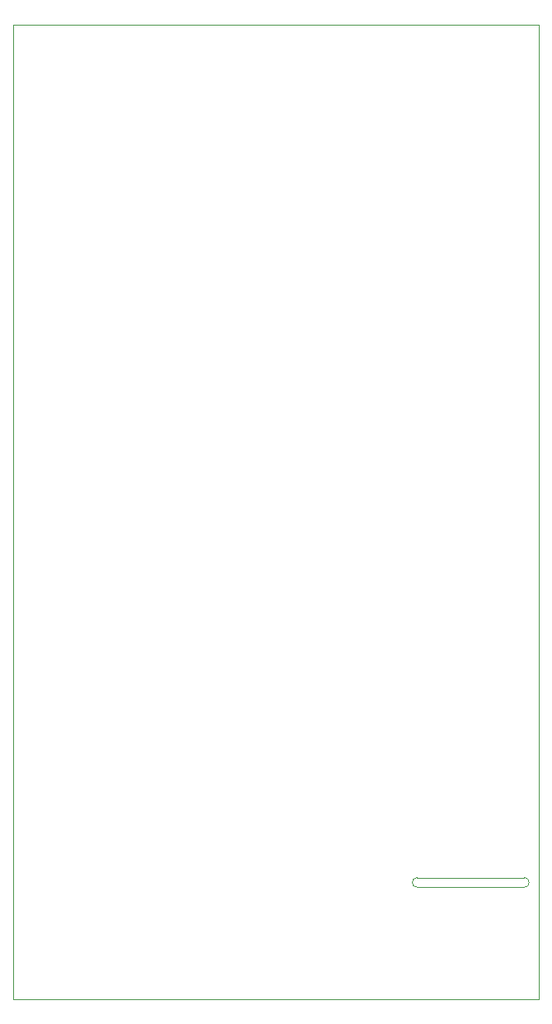
<source format=gbr>
G04 #@! TF.GenerationSoftware,KiCad,Pcbnew,9.0.0*
G04 #@! TF.CreationDate,2025-02-23T16:09:47-07:00*
G04 #@! TF.ProjectId,VCF_THT,5643465f-5448-4542-9e6b-696361645f70,rev?*
G04 #@! TF.SameCoordinates,Original*
G04 #@! TF.FileFunction,Profile,NP*
%FSLAX46Y46*%
G04 Gerber Fmt 4.6, Leading zero omitted, Abs format (unit mm)*
G04 Created by KiCad (PCBNEW 9.0.0) date 2025-02-23 16:09:47*
%MOMM*%
%LPD*%
G01*
G04 APERTURE LIST*
G04 #@! TA.AperFunction,Profile*
%ADD10C,0.050000*%
G04 #@! TD*
G04 APERTURE END LIST*
D10*
X41500000Y-88500000D02*
X52500000Y-88500000D01*
X52500000Y-87500000D02*
X41500000Y-87500000D01*
X0Y-100000000D02*
X54000000Y-100000000D01*
X52504363Y-87500019D02*
G75*
G02*
X52500000Y-88500000I-4363J-499981D01*
G01*
X41500000Y-88500000D02*
G75*
G02*
X41500000Y-87500000I0J500000D01*
G01*
X54000000Y0D02*
X54000000Y-100000000D01*
X0Y0D02*
X54000000Y0D01*
X0Y0D02*
X0Y-100000000D01*
M02*

</source>
